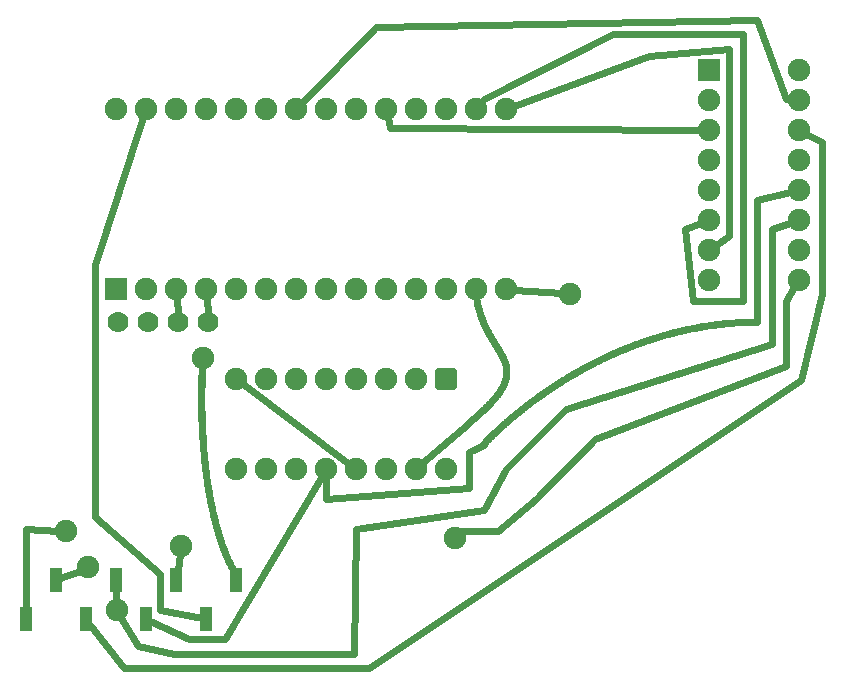
<source format=gtl>
G04 MADE WITH FRITZING*
G04 WWW.FRITZING.ORG*
G04 DOUBLE SIDED*
G04 HOLES PLATED*
G04 CONTOUR ON CENTER OF CONTOUR VECTOR*
%ASAXBY*%
%FSLAX23Y23*%
%MOIN*%
%OFA0B0*%
%SFA1.0B1.0*%
%ADD10C,0.075000*%
%ADD11C,0.070000*%
%ADD12C,0.075433*%
%ADD13R,0.039370X0.078740*%
%ADD14R,0.075000X0.075000*%
%ADD15C,0.024000*%
%ADD16C,0.020000*%
%ADD17R,0.001000X0.001000*%
%LNCOPPER1*%
G90*
G70*
G54D10*
X634Y1328D03*
X634Y1928D03*
X734Y1328D03*
X734Y1928D03*
X834Y1328D03*
X834Y1928D03*
X934Y1328D03*
X934Y1928D03*
X1034Y1328D03*
X1034Y1928D03*
X1134Y1328D03*
X1134Y1928D03*
X1234Y1328D03*
X1234Y1928D03*
X1334Y1328D03*
X1334Y1928D03*
X1434Y1328D03*
X1434Y1928D03*
X1534Y1328D03*
X1534Y1928D03*
X1634Y1328D03*
X1634Y1928D03*
X1734Y1328D03*
X1734Y1928D03*
X1834Y1328D03*
X1834Y1928D03*
X1934Y1328D03*
X1934Y1928D03*
X1734Y1028D03*
X1734Y728D03*
X1634Y1028D03*
X1634Y728D03*
X1534Y1028D03*
X1534Y728D03*
X1434Y1028D03*
X1434Y728D03*
X1334Y1028D03*
X1334Y728D03*
X1234Y1028D03*
X1234Y728D03*
X1134Y1028D03*
X1134Y728D03*
X1034Y1028D03*
X1034Y728D03*
X2610Y2057D03*
X2910Y2057D03*
X2610Y1957D03*
X2910Y1957D03*
X2610Y1857D03*
X2910Y1857D03*
X2610Y1757D03*
X2910Y1757D03*
X2610Y1657D03*
X2910Y1657D03*
X2610Y1557D03*
X2910Y1557D03*
X2610Y1457D03*
X2910Y1457D03*
X2610Y1357D03*
X2910Y1357D03*
G54D11*
X742Y1217D03*
X642Y1217D03*
X942Y1217D03*
X842Y1217D03*
G54D12*
X1764Y496D03*
X924Y1096D03*
X852Y472D03*
X468Y520D03*
X2148Y1312D03*
X540Y400D03*
X636Y256D03*
G54D13*
X934Y228D03*
X734Y228D03*
X534Y228D03*
X334Y228D03*
X1034Y357D03*
X834Y357D03*
X634Y357D03*
X434Y357D03*
G54D14*
X634Y1328D03*
X2610Y2057D03*
G54D15*
X940Y1243D02*
X936Y1299D01*
D02*
X840Y1243D02*
X836Y1299D01*
D02*
X2581Y1857D02*
X1548Y1864D01*
X1548Y1864D02*
X1540Y1900D01*
D02*
X1812Y880D02*
X1655Y746D01*
D02*
X1960Y1937D02*
X2412Y2104D01*
X2412Y2104D02*
X2676Y2128D01*
X2676Y2128D02*
X2676Y1504D01*
X2676Y1504D02*
X2633Y1474D01*
D02*
X1852Y1950D02*
X1860Y1960D01*
X1860Y1960D02*
X2292Y2176D01*
X2292Y2176D02*
X2724Y2176D01*
X2724Y2176D02*
X2724Y1288D01*
X2724Y1288D02*
X2556Y1288D01*
X2556Y1288D02*
X2532Y1528D01*
X2532Y1528D02*
X2583Y1547D01*
D02*
X919Y230D02*
X780Y256D01*
X780Y256D02*
X780Y376D01*
X780Y376D02*
X564Y568D01*
X564Y568D02*
X564Y1408D01*
X564Y1408D02*
X725Y1900D01*
D02*
X1020Y400D02*
X1023Y391D01*
D02*
X839Y391D02*
X847Y443D01*
D02*
X748Y221D02*
X876Y160D01*
X876Y160D02*
X996Y160D01*
X996Y160D02*
X1319Y703D01*
D02*
X2882Y1650D02*
X2772Y1624D01*
X2772Y1624D02*
X2772Y1216D01*
D02*
X1860Y808D02*
X1812Y784D01*
X1812Y784D02*
X1812Y664D01*
X1812Y664D02*
X1334Y628D01*
D02*
X1334Y628D02*
X1334Y699D01*
D02*
X448Y363D02*
X513Y389D01*
D02*
X635Y285D02*
X634Y324D01*
D02*
X2882Y1548D02*
X2820Y1528D01*
X2820Y1528D02*
X2820Y1144D01*
X2820Y1144D02*
X2135Y929D01*
D02*
X2135Y929D02*
X1934Y729D01*
D02*
X1934Y729D02*
X1860Y592D01*
X1860Y592D02*
X1434Y528D01*
D02*
X1434Y528D02*
X1428Y112D01*
X1428Y112D02*
X828Y112D01*
X828Y112D02*
X708Y136D01*
X708Y136D02*
X651Y231D01*
D02*
X1254Y1948D02*
X1500Y2200D01*
X1500Y2200D02*
X2772Y2224D01*
X2772Y2224D02*
X2868Y1960D01*
X2868Y1960D02*
X2881Y1959D01*
D02*
X2895Y1333D02*
X2868Y1288D01*
X2868Y1288D02*
X2868Y1072D01*
X2868Y1072D02*
X2232Y829D01*
D02*
X2232Y829D02*
X2035Y628D01*
D02*
X2035Y628D02*
X1908Y520D01*
X1908Y520D02*
X1764Y520D01*
X1764Y520D02*
X1764Y525D01*
D02*
X1411Y745D02*
X1056Y1010D01*
D02*
X1962Y1325D02*
X2119Y1314D01*
D02*
X334Y261D02*
X335Y528D01*
D02*
X335Y528D02*
X439Y522D01*
D02*
X2935Y1844D02*
X2988Y1816D01*
X2988Y1816D02*
X2988Y1312D01*
X2988Y1312D02*
X2916Y1024D01*
X2916Y1024D02*
X1476Y64D01*
X1476Y64D02*
X660Y64D01*
X660Y64D02*
X548Y209D01*
G54D16*
X1761Y1000D02*
X1706Y1000D01*
X1706Y1055D01*
X1761Y1055D01*
X1761Y1000D01*
D02*
G54D17*
X1830Y1340D02*
X1836Y1340D01*
X1828Y1339D02*
X1838Y1339D01*
X1826Y1338D02*
X1840Y1338D01*
X1825Y1337D02*
X1841Y1337D01*
X1824Y1336D02*
X1842Y1336D01*
X1823Y1335D02*
X1842Y1335D01*
X1823Y1334D02*
X1843Y1334D01*
X1822Y1333D02*
X1843Y1333D01*
X1822Y1332D02*
X1844Y1332D01*
X1822Y1331D02*
X1844Y1331D01*
X1821Y1330D02*
X1844Y1330D01*
X1821Y1329D02*
X1844Y1329D01*
X1821Y1328D02*
X1844Y1328D01*
X1821Y1327D02*
X1844Y1327D01*
X1822Y1326D02*
X1845Y1326D01*
X1822Y1325D02*
X1845Y1325D01*
X1822Y1324D02*
X1845Y1324D01*
X1822Y1323D02*
X1845Y1323D01*
X1822Y1322D02*
X1845Y1322D01*
X1822Y1321D02*
X1845Y1321D01*
X1822Y1320D02*
X1845Y1320D01*
X1822Y1319D02*
X1845Y1319D01*
X1822Y1318D02*
X1845Y1318D01*
X1822Y1317D02*
X1845Y1317D01*
X1822Y1316D02*
X1845Y1316D01*
X1822Y1315D02*
X1845Y1315D01*
X1822Y1314D02*
X1846Y1314D01*
X1822Y1313D02*
X1846Y1313D01*
X1823Y1312D02*
X1846Y1312D01*
X1823Y1311D02*
X1846Y1311D01*
X1823Y1310D02*
X1846Y1310D01*
X1823Y1309D02*
X1846Y1309D01*
X1823Y1308D02*
X1846Y1308D01*
X1823Y1307D02*
X1846Y1307D01*
X1823Y1306D02*
X1846Y1306D01*
X1823Y1305D02*
X1846Y1305D01*
X1823Y1304D02*
X1847Y1304D01*
X1824Y1303D02*
X1847Y1303D01*
X1824Y1302D02*
X1847Y1302D01*
X1824Y1301D02*
X1847Y1301D01*
X1824Y1300D02*
X1847Y1300D01*
X1824Y1299D02*
X1847Y1299D01*
X1824Y1298D02*
X1847Y1298D01*
X1824Y1297D02*
X1848Y1297D01*
X1824Y1296D02*
X1848Y1296D01*
X1825Y1295D02*
X1848Y1295D01*
X1825Y1294D02*
X1848Y1294D01*
X1825Y1293D02*
X1848Y1293D01*
X1825Y1292D02*
X1848Y1292D01*
X1825Y1291D02*
X1848Y1291D01*
X1825Y1290D02*
X1849Y1290D01*
X1826Y1289D02*
X1849Y1289D01*
X1826Y1288D02*
X1849Y1288D01*
X1826Y1287D02*
X1849Y1287D01*
X1826Y1286D02*
X1849Y1286D01*
X1826Y1285D02*
X1850Y1285D01*
X1826Y1284D02*
X1850Y1284D01*
X1827Y1283D02*
X1850Y1283D01*
X1827Y1282D02*
X1850Y1282D01*
X1827Y1281D02*
X1850Y1281D01*
X1827Y1280D02*
X1851Y1280D01*
X1827Y1279D02*
X1851Y1279D01*
X1828Y1278D02*
X1851Y1278D01*
X1828Y1277D02*
X1851Y1277D01*
X1828Y1276D02*
X1851Y1276D01*
X1828Y1275D02*
X1852Y1275D01*
X1828Y1274D02*
X1852Y1274D01*
X1829Y1273D02*
X1852Y1273D01*
X1829Y1272D02*
X1852Y1272D01*
X1829Y1271D02*
X1852Y1271D01*
X1829Y1270D02*
X1853Y1270D01*
X1829Y1269D02*
X1853Y1269D01*
X1830Y1268D02*
X1853Y1268D01*
X1830Y1267D02*
X1853Y1267D01*
X1830Y1266D02*
X1854Y1266D01*
X1830Y1265D02*
X1854Y1265D01*
X1831Y1264D02*
X1854Y1264D01*
X1831Y1263D02*
X1855Y1263D01*
X1831Y1262D02*
X1855Y1262D01*
X1831Y1261D02*
X1855Y1261D01*
X1832Y1260D02*
X1855Y1260D01*
X1832Y1259D02*
X1856Y1259D01*
X1832Y1258D02*
X1856Y1258D01*
X1832Y1257D02*
X1856Y1257D01*
X1833Y1256D02*
X1856Y1256D01*
X1833Y1255D02*
X1857Y1255D01*
X1833Y1254D02*
X1857Y1254D01*
X1833Y1253D02*
X1857Y1253D01*
X1834Y1252D02*
X1858Y1252D01*
X1834Y1251D02*
X1858Y1251D01*
X1834Y1250D02*
X1858Y1250D01*
X1835Y1249D02*
X1859Y1249D01*
X1835Y1248D02*
X1859Y1248D01*
X1835Y1247D02*
X1859Y1247D01*
X1836Y1246D02*
X1860Y1246D01*
X1836Y1245D02*
X1860Y1245D01*
X1836Y1244D02*
X1860Y1244D01*
X1836Y1243D02*
X1861Y1243D01*
X1837Y1242D02*
X1861Y1242D01*
X1837Y1241D02*
X1861Y1241D01*
X1837Y1240D02*
X1862Y1240D01*
X1838Y1239D02*
X1862Y1239D01*
X1838Y1238D02*
X1862Y1238D01*
X1838Y1237D02*
X1863Y1237D01*
X1839Y1236D02*
X1863Y1236D01*
X1839Y1235D02*
X1863Y1235D01*
X1839Y1234D02*
X1864Y1234D01*
X1840Y1233D02*
X1864Y1233D01*
X1840Y1232D02*
X1865Y1232D01*
X1840Y1231D02*
X1865Y1231D01*
X1841Y1230D02*
X1865Y1230D01*
X1841Y1229D02*
X1866Y1229D01*
X1842Y1228D02*
X1866Y1228D01*
X2733Y1228D02*
X2775Y1228D01*
X1842Y1227D02*
X1867Y1227D01*
X2713Y1227D02*
X2777Y1227D01*
X1842Y1226D02*
X1867Y1226D01*
X2696Y1226D02*
X2779Y1226D01*
X1843Y1225D02*
X1867Y1225D01*
X2684Y1225D02*
X2780Y1225D01*
X1843Y1224D02*
X1868Y1224D01*
X2672Y1224D02*
X2780Y1224D01*
X1843Y1223D02*
X1868Y1223D01*
X2662Y1223D02*
X2781Y1223D01*
X1844Y1222D02*
X1869Y1222D01*
X2653Y1222D02*
X2782Y1222D01*
X1844Y1221D02*
X1869Y1221D01*
X2644Y1221D02*
X2782Y1221D01*
X1845Y1220D02*
X1869Y1220D01*
X2636Y1220D02*
X2782Y1220D01*
X1845Y1219D02*
X1870Y1219D01*
X2628Y1219D02*
X2783Y1219D01*
X1845Y1218D02*
X1870Y1218D01*
X2620Y1218D02*
X2783Y1218D01*
X1846Y1217D02*
X1871Y1217D01*
X2614Y1217D02*
X2783Y1217D01*
X1846Y1216D02*
X1871Y1216D01*
X2607Y1216D02*
X2783Y1216D01*
X1847Y1215D02*
X1872Y1215D01*
X2600Y1215D02*
X2783Y1215D01*
X1847Y1214D02*
X1872Y1214D01*
X2594Y1214D02*
X2782Y1214D01*
X1847Y1213D02*
X1873Y1213D01*
X2588Y1213D02*
X2782Y1213D01*
X1848Y1212D02*
X1873Y1212D01*
X2582Y1212D02*
X2782Y1212D01*
X1848Y1211D02*
X1874Y1211D01*
X2577Y1211D02*
X2781Y1211D01*
X1849Y1210D02*
X1874Y1210D01*
X2571Y1210D02*
X2781Y1210D01*
X1849Y1209D02*
X1874Y1209D01*
X2566Y1209D02*
X2780Y1209D01*
X1850Y1208D02*
X1875Y1208D01*
X2561Y1208D02*
X2779Y1208D01*
X1850Y1207D02*
X1875Y1207D01*
X2555Y1207D02*
X2777Y1207D01*
X1851Y1206D02*
X1876Y1206D01*
X2550Y1206D02*
X2776Y1206D01*
X1851Y1205D02*
X1876Y1205D01*
X2545Y1205D02*
X2771Y1205D01*
X1851Y1204D02*
X1877Y1204D01*
X2541Y1204D02*
X2732Y1204D01*
X1852Y1203D02*
X1877Y1203D01*
X2536Y1203D02*
X2712Y1203D01*
X1852Y1202D02*
X1878Y1202D01*
X2531Y1202D02*
X2696Y1202D01*
X1853Y1201D02*
X1878Y1201D01*
X2527Y1201D02*
X2684Y1201D01*
X1853Y1200D02*
X1879Y1200D01*
X2522Y1200D02*
X2672Y1200D01*
X1854Y1199D02*
X1879Y1199D01*
X2518Y1199D02*
X2662Y1199D01*
X1854Y1198D02*
X1880Y1198D01*
X2514Y1198D02*
X2653Y1198D01*
X1855Y1197D02*
X1880Y1197D01*
X2510Y1197D02*
X2644Y1197D01*
X1855Y1196D02*
X1881Y1196D01*
X2505Y1196D02*
X2636Y1196D01*
X1856Y1195D02*
X1881Y1195D01*
X2501Y1195D02*
X2628Y1195D01*
X1856Y1194D02*
X1882Y1194D01*
X2497Y1194D02*
X2621Y1194D01*
X1857Y1193D02*
X1882Y1193D01*
X2493Y1193D02*
X2614Y1193D01*
X1857Y1192D02*
X1883Y1192D01*
X2489Y1192D02*
X2607Y1192D01*
X1858Y1191D02*
X1884Y1191D01*
X2485Y1191D02*
X2601Y1191D01*
X1858Y1190D02*
X1884Y1190D01*
X2481Y1190D02*
X2594Y1190D01*
X1859Y1189D02*
X1885Y1189D01*
X2478Y1189D02*
X2589Y1189D01*
X1859Y1188D02*
X1885Y1188D01*
X2474Y1188D02*
X2583Y1188D01*
X1860Y1187D02*
X1886Y1187D01*
X2470Y1187D02*
X2577Y1187D01*
X1860Y1186D02*
X1886Y1186D01*
X2467Y1186D02*
X2572Y1186D01*
X1861Y1185D02*
X1887Y1185D01*
X2463Y1185D02*
X2566Y1185D01*
X1861Y1184D02*
X1887Y1184D01*
X2460Y1184D02*
X2561Y1184D01*
X1862Y1183D02*
X1888Y1183D01*
X2456Y1183D02*
X2556Y1183D01*
X1862Y1182D02*
X1888Y1182D01*
X2453Y1182D02*
X2551Y1182D01*
X1863Y1181D02*
X1889Y1181D01*
X2449Y1181D02*
X2546Y1181D01*
X1863Y1180D02*
X1890Y1180D01*
X2446Y1180D02*
X2541Y1180D01*
X1864Y1179D02*
X1890Y1179D01*
X2443Y1179D02*
X2537Y1179D01*
X1864Y1178D02*
X1891Y1178D01*
X2439Y1178D02*
X2532Y1178D01*
X1865Y1177D02*
X1891Y1177D01*
X2436Y1177D02*
X2528Y1177D01*
X1865Y1176D02*
X1892Y1176D01*
X2433Y1176D02*
X2523Y1176D01*
X1866Y1175D02*
X1892Y1175D01*
X2429Y1175D02*
X2519Y1175D01*
X1866Y1174D02*
X1893Y1174D01*
X2426Y1174D02*
X2515Y1174D01*
X1867Y1173D02*
X1894Y1173D01*
X2423Y1173D02*
X2511Y1173D01*
X1868Y1172D02*
X1894Y1172D01*
X2420Y1172D02*
X2506Y1172D01*
X1868Y1171D02*
X1895Y1171D01*
X2417Y1171D02*
X2502Y1171D01*
X1869Y1170D02*
X1895Y1170D01*
X2414Y1170D02*
X2498Y1170D01*
X1869Y1169D02*
X1896Y1169D01*
X2411Y1169D02*
X2495Y1169D01*
X1870Y1168D02*
X1897Y1168D01*
X2408Y1168D02*
X2491Y1168D01*
X1870Y1167D02*
X1897Y1167D01*
X2405Y1167D02*
X2487Y1167D01*
X1871Y1166D02*
X1898Y1166D01*
X2402Y1166D02*
X2483Y1166D01*
X1872Y1165D02*
X1898Y1165D01*
X2399Y1165D02*
X2479Y1165D01*
X1872Y1164D02*
X1899Y1164D01*
X2396Y1164D02*
X2476Y1164D01*
X1873Y1163D02*
X1900Y1163D01*
X2393Y1163D02*
X2472Y1163D01*
X1873Y1162D02*
X1900Y1162D01*
X2390Y1162D02*
X2468Y1162D01*
X1874Y1161D02*
X1901Y1161D01*
X2387Y1161D02*
X2465Y1161D01*
X1874Y1160D02*
X1901Y1160D01*
X2384Y1160D02*
X2461Y1160D01*
X1875Y1159D02*
X1902Y1159D01*
X2381Y1159D02*
X2458Y1159D01*
X1876Y1158D02*
X1903Y1158D01*
X2379Y1158D02*
X2454Y1158D01*
X1876Y1157D02*
X1903Y1157D01*
X2376Y1157D02*
X2451Y1157D01*
X1877Y1156D02*
X1904Y1156D01*
X2373Y1156D02*
X2448Y1156D01*
X1877Y1155D02*
X1905Y1155D01*
X2370Y1155D02*
X2444Y1155D01*
X1878Y1154D02*
X1905Y1154D01*
X2368Y1154D02*
X2441Y1154D01*
X1879Y1153D02*
X1906Y1153D01*
X2365Y1153D02*
X2438Y1153D01*
X1879Y1152D02*
X1906Y1152D01*
X2362Y1152D02*
X2435Y1152D01*
X1880Y1151D02*
X1907Y1151D01*
X2360Y1151D02*
X2431Y1151D01*
X1880Y1150D02*
X1908Y1150D01*
X2357Y1150D02*
X2428Y1150D01*
X1881Y1149D02*
X1908Y1149D01*
X2354Y1149D02*
X2425Y1149D01*
X1882Y1148D02*
X1909Y1148D01*
X2352Y1148D02*
X2422Y1148D01*
X1882Y1147D02*
X1909Y1147D01*
X2349Y1147D02*
X2419Y1147D01*
X1883Y1146D02*
X1910Y1146D01*
X2347Y1146D02*
X2416Y1146D01*
X1883Y1145D02*
X1911Y1145D01*
X2344Y1145D02*
X2413Y1145D01*
X1884Y1144D02*
X1911Y1144D01*
X2341Y1144D02*
X2410Y1144D01*
X1885Y1143D02*
X1912Y1143D01*
X2339Y1143D02*
X2407Y1143D01*
X1885Y1142D02*
X1912Y1142D01*
X2336Y1142D02*
X2404Y1142D01*
X1886Y1141D02*
X1913Y1141D01*
X2334Y1141D02*
X2401Y1141D01*
X1887Y1140D02*
X1914Y1140D01*
X2331Y1140D02*
X2398Y1140D01*
X1887Y1139D02*
X1914Y1139D01*
X2329Y1139D02*
X2395Y1139D01*
X1888Y1138D02*
X1915Y1138D01*
X2326Y1138D02*
X2392Y1138D01*
X1888Y1137D02*
X1915Y1137D01*
X2324Y1137D02*
X2390Y1137D01*
X1889Y1136D02*
X1916Y1136D01*
X2322Y1136D02*
X2387Y1136D01*
X1890Y1135D02*
X1917Y1135D01*
X2319Y1135D02*
X2384Y1135D01*
X1890Y1134D02*
X1917Y1134D01*
X2317Y1134D02*
X2381Y1134D01*
X1891Y1133D02*
X1918Y1133D01*
X2314Y1133D02*
X2378Y1133D01*
X1891Y1132D02*
X1919Y1132D01*
X2312Y1132D02*
X2376Y1132D01*
X1892Y1131D02*
X1919Y1131D01*
X2310Y1131D02*
X2373Y1131D01*
X1893Y1130D02*
X1920Y1130D01*
X2307Y1130D02*
X2370Y1130D01*
X1893Y1129D02*
X1920Y1129D01*
X2305Y1129D02*
X2368Y1129D01*
X1894Y1128D02*
X1921Y1128D01*
X2303Y1128D02*
X2365Y1128D01*
X1894Y1127D02*
X1922Y1127D01*
X2300Y1127D02*
X2362Y1127D01*
X1895Y1126D02*
X1922Y1126D01*
X2298Y1126D02*
X2360Y1126D01*
X1896Y1125D02*
X1923Y1125D01*
X2296Y1125D02*
X2357Y1125D01*
X1896Y1124D02*
X1923Y1124D01*
X2293Y1124D02*
X2355Y1124D01*
X1897Y1123D02*
X1924Y1123D01*
X2291Y1123D02*
X2352Y1123D01*
X1897Y1122D02*
X1924Y1122D01*
X2289Y1122D02*
X2350Y1122D01*
X1898Y1121D02*
X1925Y1121D01*
X2287Y1121D02*
X2347Y1121D01*
X1899Y1120D02*
X1926Y1120D01*
X2284Y1120D02*
X2344Y1120D01*
X1899Y1119D02*
X1926Y1119D01*
X2282Y1119D02*
X2342Y1119D01*
X1900Y1118D02*
X1927Y1118D01*
X2280Y1118D02*
X2339Y1118D01*
X1900Y1117D02*
X1927Y1117D01*
X2278Y1117D02*
X2337Y1117D01*
X1901Y1116D02*
X1928Y1116D01*
X2275Y1116D02*
X2335Y1116D01*
X1902Y1115D02*
X1928Y1115D01*
X2273Y1115D02*
X2332Y1115D01*
X1902Y1114D02*
X1929Y1114D01*
X2271Y1114D02*
X2330Y1114D01*
X1903Y1113D02*
X1929Y1113D01*
X2269Y1113D02*
X2327Y1113D01*
X1904Y1112D02*
X1930Y1112D01*
X2267Y1112D02*
X2325Y1112D01*
X1904Y1111D02*
X1931Y1111D01*
X2265Y1111D02*
X2322Y1111D01*
X1905Y1110D02*
X1931Y1110D01*
X2263Y1110D02*
X2320Y1110D01*
X1905Y1109D02*
X1932Y1109D01*
X2260Y1109D02*
X2318Y1109D01*
X919Y1108D02*
X928Y1108D01*
X1906Y1108D02*
X1932Y1108D01*
X2258Y1108D02*
X2315Y1108D01*
X917Y1107D02*
X929Y1107D01*
X1906Y1107D02*
X1933Y1107D01*
X2256Y1107D02*
X2313Y1107D01*
X916Y1106D02*
X931Y1106D01*
X1907Y1106D02*
X1933Y1106D01*
X2254Y1106D02*
X2311Y1106D01*
X915Y1105D02*
X932Y1105D01*
X1907Y1105D02*
X1933Y1105D01*
X2252Y1105D02*
X2308Y1105D01*
X914Y1104D02*
X933Y1104D01*
X1908Y1104D02*
X1934Y1104D01*
X2250Y1104D02*
X2306Y1104D01*
X914Y1103D02*
X933Y1103D01*
X1909Y1103D02*
X1934Y1103D01*
X2248Y1103D02*
X2304Y1103D01*
X913Y1102D02*
X934Y1102D01*
X1909Y1102D02*
X1935Y1102D01*
X2246Y1102D02*
X2302Y1102D01*
X913Y1101D02*
X934Y1101D01*
X1910Y1101D02*
X1935Y1101D01*
X2244Y1101D02*
X2299Y1101D01*
X912Y1100D02*
X934Y1100D01*
X1910Y1100D02*
X1936Y1100D01*
X2242Y1100D02*
X2297Y1100D01*
X912Y1099D02*
X935Y1099D01*
X1911Y1099D02*
X1936Y1099D01*
X2240Y1099D02*
X2295Y1099D01*
X912Y1098D02*
X935Y1098D01*
X1911Y1098D02*
X1937Y1098D01*
X2238Y1098D02*
X2293Y1098D01*
X912Y1097D02*
X935Y1097D01*
X1912Y1097D02*
X1937Y1097D01*
X2236Y1097D02*
X2290Y1097D01*
X912Y1096D02*
X935Y1096D01*
X1912Y1096D02*
X1938Y1096D01*
X2234Y1096D02*
X2288Y1096D01*
X912Y1095D02*
X935Y1095D01*
X1913Y1095D02*
X1938Y1095D01*
X2232Y1095D02*
X2286Y1095D01*
X912Y1094D02*
X935Y1094D01*
X1913Y1094D02*
X1938Y1094D01*
X2230Y1094D02*
X2284Y1094D01*
X912Y1093D02*
X935Y1093D01*
X1914Y1093D02*
X1939Y1093D01*
X2228Y1093D02*
X2282Y1093D01*
X912Y1092D02*
X935Y1092D01*
X1914Y1092D02*
X1939Y1092D01*
X2226Y1092D02*
X2279Y1092D01*
X912Y1091D02*
X935Y1091D01*
X1915Y1091D02*
X1940Y1091D01*
X2224Y1091D02*
X2277Y1091D01*
X912Y1090D02*
X935Y1090D01*
X1915Y1090D02*
X1940Y1090D01*
X2222Y1090D02*
X2275Y1090D01*
X912Y1089D02*
X935Y1089D01*
X1915Y1089D02*
X1940Y1089D01*
X2220Y1089D02*
X2273Y1089D01*
X911Y1088D02*
X935Y1088D01*
X1916Y1088D02*
X1941Y1088D01*
X2218Y1088D02*
X2271Y1088D01*
X911Y1087D02*
X934Y1087D01*
X1916Y1087D02*
X1941Y1087D01*
X2216Y1087D02*
X2269Y1087D01*
X911Y1086D02*
X934Y1086D01*
X1917Y1086D02*
X1942Y1086D01*
X2214Y1086D02*
X2267Y1086D01*
X911Y1085D02*
X934Y1085D01*
X1917Y1085D02*
X1942Y1085D01*
X2212Y1085D02*
X2264Y1085D01*
X911Y1084D02*
X934Y1084D01*
X1918Y1084D02*
X1942Y1084D01*
X2210Y1084D02*
X2262Y1084D01*
X911Y1083D02*
X934Y1083D01*
X1918Y1083D02*
X1943Y1083D01*
X2208Y1083D02*
X2260Y1083D01*
X911Y1082D02*
X934Y1082D01*
X1918Y1082D02*
X1943Y1082D01*
X2206Y1082D02*
X2258Y1082D01*
X911Y1081D02*
X934Y1081D01*
X1919Y1081D02*
X1943Y1081D01*
X2204Y1081D02*
X2256Y1081D01*
X911Y1080D02*
X934Y1080D01*
X1919Y1080D02*
X1943Y1080D01*
X2203Y1080D02*
X2254Y1080D01*
X911Y1079D02*
X934Y1079D01*
X1920Y1079D02*
X1944Y1079D01*
X2201Y1079D02*
X2252Y1079D01*
X911Y1078D02*
X934Y1078D01*
X1920Y1078D02*
X1944Y1078D01*
X2199Y1078D02*
X2250Y1078D01*
X911Y1077D02*
X934Y1077D01*
X1920Y1077D02*
X1944Y1077D01*
X2197Y1077D02*
X2248Y1077D01*
X911Y1076D02*
X934Y1076D01*
X1921Y1076D02*
X1945Y1076D01*
X2195Y1076D02*
X2246Y1076D01*
X911Y1075D02*
X934Y1075D01*
X1921Y1075D02*
X1945Y1075D01*
X2193Y1075D02*
X2244Y1075D01*
X911Y1074D02*
X934Y1074D01*
X1921Y1074D02*
X1945Y1074D01*
X2191Y1074D02*
X2242Y1074D01*
X911Y1073D02*
X934Y1073D01*
X1922Y1073D02*
X1945Y1073D01*
X2189Y1073D02*
X2240Y1073D01*
X911Y1072D02*
X934Y1072D01*
X1922Y1072D02*
X1946Y1072D01*
X2188Y1072D02*
X2238Y1072D01*
X911Y1071D02*
X934Y1071D01*
X1922Y1071D02*
X1946Y1071D01*
X2186Y1071D02*
X2236Y1071D01*
X911Y1070D02*
X934Y1070D01*
X1922Y1070D02*
X1946Y1070D01*
X2184Y1070D02*
X2234Y1070D01*
X911Y1069D02*
X934Y1069D01*
X1923Y1069D02*
X1946Y1069D01*
X2182Y1069D02*
X2232Y1069D01*
X911Y1068D02*
X934Y1068D01*
X1923Y1068D02*
X1946Y1068D01*
X2180Y1068D02*
X2230Y1068D01*
X911Y1067D02*
X934Y1067D01*
X1923Y1067D02*
X1947Y1067D01*
X2179Y1067D02*
X2228Y1067D01*
X910Y1066D02*
X934Y1066D01*
X1923Y1066D02*
X1947Y1066D01*
X2177Y1066D02*
X2226Y1066D01*
X910Y1065D02*
X933Y1065D01*
X1924Y1065D02*
X1947Y1065D01*
X2175Y1065D02*
X2224Y1065D01*
X910Y1064D02*
X933Y1064D01*
X1924Y1064D02*
X1947Y1064D01*
X2173Y1064D02*
X2223Y1064D01*
X910Y1063D02*
X933Y1063D01*
X1924Y1063D02*
X1947Y1063D01*
X2171Y1063D02*
X2221Y1063D01*
X910Y1062D02*
X933Y1062D01*
X1924Y1062D02*
X1947Y1062D01*
X2170Y1062D02*
X2219Y1062D01*
X910Y1061D02*
X933Y1061D01*
X1924Y1061D02*
X1947Y1061D01*
X2168Y1061D02*
X2217Y1061D01*
X910Y1060D02*
X933Y1060D01*
X1924Y1060D02*
X1948Y1060D01*
X2166Y1060D02*
X2215Y1060D01*
X910Y1059D02*
X933Y1059D01*
X1925Y1059D02*
X1948Y1059D01*
X2164Y1059D02*
X2213Y1059D01*
X910Y1058D02*
X933Y1058D01*
X1925Y1058D02*
X1948Y1058D01*
X2163Y1058D02*
X2211Y1058D01*
X910Y1057D02*
X933Y1057D01*
X1925Y1057D02*
X1948Y1057D01*
X2161Y1057D02*
X2209Y1057D01*
X910Y1056D02*
X933Y1056D01*
X1925Y1056D02*
X1948Y1056D01*
X2159Y1056D02*
X2207Y1056D01*
X910Y1055D02*
X933Y1055D01*
X1925Y1055D02*
X1948Y1055D01*
X2158Y1055D02*
X2206Y1055D01*
X910Y1054D02*
X933Y1054D01*
X1925Y1054D02*
X1948Y1054D01*
X2156Y1054D02*
X2204Y1054D01*
X910Y1053D02*
X933Y1053D01*
X1925Y1053D02*
X1948Y1053D01*
X2154Y1053D02*
X2202Y1053D01*
X910Y1052D02*
X933Y1052D01*
X1925Y1052D02*
X1948Y1052D01*
X2152Y1052D02*
X2200Y1052D01*
X910Y1051D02*
X933Y1051D01*
X1925Y1051D02*
X1948Y1051D01*
X2151Y1051D02*
X2198Y1051D01*
X910Y1050D02*
X933Y1050D01*
X1925Y1050D02*
X1948Y1050D01*
X2149Y1050D02*
X2196Y1050D01*
X910Y1049D02*
X933Y1049D01*
X1925Y1049D02*
X1948Y1049D01*
X2147Y1049D02*
X2194Y1049D01*
X910Y1048D02*
X933Y1048D01*
X1925Y1048D02*
X1948Y1048D01*
X2146Y1048D02*
X2193Y1048D01*
X910Y1047D02*
X933Y1047D01*
X1925Y1047D02*
X1948Y1047D01*
X2144Y1047D02*
X2191Y1047D01*
X910Y1046D02*
X933Y1046D01*
X1925Y1046D02*
X1948Y1046D01*
X2142Y1046D02*
X2189Y1046D01*
X910Y1045D02*
X933Y1045D01*
X1925Y1045D02*
X1948Y1045D01*
X2140Y1045D02*
X2187Y1045D01*
X910Y1044D02*
X933Y1044D01*
X1925Y1044D02*
X1948Y1044D01*
X2139Y1044D02*
X2186Y1044D01*
X910Y1043D02*
X933Y1043D01*
X1925Y1043D02*
X1948Y1043D01*
X2137Y1043D02*
X2184Y1043D01*
X910Y1042D02*
X933Y1042D01*
X1925Y1042D02*
X1948Y1042D01*
X2135Y1042D02*
X2182Y1042D01*
X910Y1041D02*
X933Y1041D01*
X1925Y1041D02*
X1948Y1041D01*
X2134Y1041D02*
X2180Y1041D01*
X910Y1040D02*
X933Y1040D01*
X1925Y1040D02*
X1948Y1040D01*
X2132Y1040D02*
X2178Y1040D01*
X909Y1039D02*
X932Y1039D01*
X1924Y1039D02*
X1947Y1039D01*
X2130Y1039D02*
X2177Y1039D01*
X909Y1038D02*
X932Y1038D01*
X1924Y1038D02*
X1947Y1038D01*
X2129Y1038D02*
X2175Y1038D01*
X909Y1037D02*
X932Y1037D01*
X1924Y1037D02*
X1947Y1037D01*
X2127Y1037D02*
X2173Y1037D01*
X909Y1036D02*
X932Y1036D01*
X1924Y1036D02*
X1947Y1036D01*
X2126Y1036D02*
X2172Y1036D01*
X909Y1035D02*
X932Y1035D01*
X1924Y1035D02*
X1947Y1035D01*
X2124Y1035D02*
X2170Y1035D01*
X909Y1034D02*
X932Y1034D01*
X1924Y1034D02*
X1947Y1034D01*
X2122Y1034D02*
X2168Y1034D01*
X909Y1033D02*
X932Y1033D01*
X1923Y1033D02*
X1947Y1033D01*
X2121Y1033D02*
X2166Y1033D01*
X909Y1032D02*
X932Y1032D01*
X1923Y1032D02*
X1946Y1032D01*
X2119Y1032D02*
X2165Y1032D01*
X909Y1031D02*
X932Y1031D01*
X1923Y1031D02*
X1946Y1031D01*
X2118Y1031D02*
X2163Y1031D01*
X909Y1030D02*
X932Y1030D01*
X1923Y1030D02*
X1946Y1030D01*
X2116Y1030D02*
X2161Y1030D01*
X909Y1029D02*
X932Y1029D01*
X1922Y1029D02*
X1946Y1029D01*
X2114Y1029D02*
X2160Y1029D01*
X909Y1028D02*
X932Y1028D01*
X1922Y1028D02*
X1946Y1028D01*
X2113Y1028D02*
X2158Y1028D01*
X909Y1027D02*
X932Y1027D01*
X1922Y1027D02*
X1945Y1027D01*
X2111Y1027D02*
X2156Y1027D01*
X909Y1026D02*
X932Y1026D01*
X1921Y1026D02*
X1945Y1026D01*
X2109Y1026D02*
X2154Y1026D01*
X909Y1025D02*
X932Y1025D01*
X1921Y1025D02*
X1945Y1025D01*
X2108Y1025D02*
X2153Y1025D01*
X909Y1024D02*
X932Y1024D01*
X1921Y1024D02*
X1945Y1024D01*
X2106Y1024D02*
X2151Y1024D01*
X909Y1023D02*
X932Y1023D01*
X1920Y1023D02*
X1944Y1023D01*
X2105Y1023D02*
X2149Y1023D01*
X909Y1022D02*
X932Y1022D01*
X1920Y1022D02*
X1944Y1022D01*
X2103Y1022D02*
X2148Y1022D01*
X909Y1021D02*
X932Y1021D01*
X1920Y1021D02*
X1944Y1021D01*
X2101Y1021D02*
X2146Y1021D01*
X909Y1020D02*
X932Y1020D01*
X1919Y1020D02*
X1944Y1020D01*
X2100Y1020D02*
X2144Y1020D01*
X909Y1019D02*
X932Y1019D01*
X1919Y1019D02*
X1943Y1019D01*
X2098Y1019D02*
X2143Y1019D01*
X909Y1018D02*
X932Y1018D01*
X1919Y1018D02*
X1943Y1018D01*
X2097Y1018D02*
X2141Y1018D01*
X909Y1017D02*
X932Y1017D01*
X1918Y1017D02*
X1943Y1017D01*
X2095Y1017D02*
X2139Y1017D01*
X909Y1016D02*
X932Y1016D01*
X1918Y1016D02*
X1942Y1016D01*
X2094Y1016D02*
X2138Y1016D01*
X909Y1015D02*
X932Y1015D01*
X1917Y1015D02*
X1942Y1015D01*
X2092Y1015D02*
X2136Y1015D01*
X909Y1014D02*
X932Y1014D01*
X1917Y1014D02*
X1942Y1014D01*
X2091Y1014D02*
X2135Y1014D01*
X909Y1013D02*
X932Y1013D01*
X1916Y1013D02*
X1941Y1013D01*
X2089Y1013D02*
X2133Y1013D01*
X909Y1012D02*
X932Y1012D01*
X1916Y1012D02*
X1941Y1012D01*
X2088Y1012D02*
X2131Y1012D01*
X909Y1011D02*
X932Y1011D01*
X1916Y1011D02*
X1941Y1011D01*
X2086Y1011D02*
X2130Y1011D01*
X909Y1010D02*
X932Y1010D01*
X1915Y1010D02*
X1940Y1010D01*
X2085Y1010D02*
X2128Y1010D01*
X909Y1009D02*
X932Y1009D01*
X1915Y1009D02*
X1940Y1009D01*
X2083Y1009D02*
X2127Y1009D01*
X909Y1008D02*
X932Y1008D01*
X1914Y1008D02*
X1939Y1008D01*
X2082Y1008D02*
X2125Y1008D01*
X909Y1007D02*
X932Y1007D01*
X1914Y1007D02*
X1939Y1007D01*
X2080Y1007D02*
X2123Y1007D01*
X909Y1006D02*
X932Y1006D01*
X1913Y1006D02*
X1939Y1006D01*
X2079Y1006D02*
X2122Y1006D01*
X909Y1005D02*
X932Y1005D01*
X1912Y1005D02*
X1938Y1005D01*
X2077Y1005D02*
X2120Y1005D01*
X909Y1004D02*
X932Y1004D01*
X1912Y1004D02*
X1938Y1004D01*
X2076Y1004D02*
X2119Y1004D01*
X909Y1003D02*
X932Y1003D01*
X1911Y1003D02*
X1937Y1003D01*
X2074Y1003D02*
X2117Y1003D01*
X909Y1002D02*
X932Y1002D01*
X1911Y1002D02*
X1937Y1002D01*
X2073Y1002D02*
X2115Y1002D01*
X909Y1001D02*
X932Y1001D01*
X1910Y1001D02*
X1936Y1001D01*
X2071Y1001D02*
X2114Y1001D01*
X909Y1000D02*
X932Y1000D01*
X1910Y1000D02*
X1936Y1000D01*
X2070Y1000D02*
X2112Y1000D01*
X909Y999D02*
X932Y999D01*
X1909Y999D02*
X1935Y999D01*
X2068Y999D02*
X2111Y999D01*
X909Y998D02*
X931Y998D01*
X1908Y998D02*
X1935Y998D01*
X2067Y998D02*
X2109Y998D01*
X908Y997D02*
X931Y997D01*
X1908Y997D02*
X1934Y997D01*
X2065Y997D02*
X2108Y997D01*
X908Y996D02*
X931Y996D01*
X1907Y996D02*
X1934Y996D01*
X2064Y996D02*
X2106Y996D01*
X908Y995D02*
X931Y995D01*
X1907Y995D02*
X1933Y995D01*
X2062Y995D02*
X2105Y995D01*
X908Y994D02*
X931Y994D01*
X1906Y994D02*
X1933Y994D01*
X2061Y994D02*
X2103Y994D01*
X908Y993D02*
X931Y993D01*
X1905Y993D02*
X1932Y993D01*
X2059Y993D02*
X2102Y993D01*
X908Y992D02*
X931Y992D01*
X1905Y992D02*
X1932Y992D01*
X2058Y992D02*
X2100Y992D01*
X908Y991D02*
X931Y991D01*
X1904Y991D02*
X1931Y991D01*
X2057Y991D02*
X2098Y991D01*
X908Y990D02*
X931Y990D01*
X1903Y990D02*
X1931Y990D01*
X2055Y990D02*
X2097Y990D01*
X908Y989D02*
X931Y989D01*
X1903Y989D02*
X1930Y989D01*
X2054Y989D02*
X2095Y989D01*
X908Y988D02*
X931Y988D01*
X1902Y988D02*
X1929Y988D01*
X2052Y988D02*
X2094Y988D01*
X908Y987D02*
X931Y987D01*
X1901Y987D02*
X1929Y987D01*
X2051Y987D02*
X2092Y987D01*
X908Y986D02*
X931Y986D01*
X1901Y986D02*
X1928Y986D01*
X2049Y986D02*
X2091Y986D01*
X908Y985D02*
X931Y985D01*
X1900Y985D02*
X1928Y985D01*
X2048Y985D02*
X2089Y985D01*
X908Y984D02*
X931Y984D01*
X1899Y984D02*
X1927Y984D01*
X2046Y984D02*
X2088Y984D01*
X908Y983D02*
X931Y983D01*
X1898Y983D02*
X1926Y983D01*
X2045Y983D02*
X2086Y983D01*
X908Y982D02*
X931Y982D01*
X1898Y982D02*
X1926Y982D01*
X2044Y982D02*
X2085Y982D01*
X908Y981D02*
X931Y981D01*
X1897Y981D02*
X1925Y981D01*
X2042Y981D02*
X2083Y981D01*
X908Y980D02*
X931Y980D01*
X1896Y980D02*
X1924Y980D01*
X2041Y980D02*
X2082Y980D01*
X908Y979D02*
X931Y979D01*
X1895Y979D02*
X1924Y979D01*
X2039Y979D02*
X2080Y979D01*
X908Y978D02*
X931Y978D01*
X1895Y978D02*
X1923Y978D01*
X2038Y978D02*
X2079Y978D01*
X908Y977D02*
X931Y977D01*
X1894Y977D02*
X1922Y977D01*
X2037Y977D02*
X2078Y977D01*
X908Y976D02*
X931Y976D01*
X1893Y976D02*
X1922Y976D01*
X2035Y976D02*
X2076Y976D01*
X908Y975D02*
X931Y975D01*
X1892Y975D02*
X1921Y975D01*
X2034Y975D02*
X2075Y975D01*
X908Y974D02*
X931Y974D01*
X1891Y974D02*
X1920Y974D01*
X2033Y974D02*
X2073Y974D01*
X908Y973D02*
X931Y973D01*
X1891Y973D02*
X1920Y973D01*
X2031Y973D02*
X2072Y973D01*
X908Y972D02*
X931Y972D01*
X1890Y972D02*
X1919Y972D01*
X2030Y972D02*
X2070Y972D01*
X908Y971D02*
X931Y971D01*
X1889Y971D02*
X1918Y971D01*
X2028Y971D02*
X2069Y971D01*
X908Y970D02*
X931Y970D01*
X1888Y970D02*
X1918Y970D01*
X2027Y970D02*
X2067Y970D01*
X908Y969D02*
X931Y969D01*
X1887Y969D02*
X1917Y969D01*
X2026Y969D02*
X2066Y969D01*
X908Y968D02*
X931Y968D01*
X1886Y968D02*
X1916Y968D01*
X2024Y968D02*
X2064Y968D01*
X908Y967D02*
X931Y967D01*
X1886Y967D02*
X1915Y967D01*
X2023Y967D02*
X2063Y967D01*
X908Y966D02*
X931Y966D01*
X1885Y966D02*
X1915Y966D01*
X2021Y966D02*
X2062Y966D01*
X908Y965D02*
X931Y965D01*
X1884Y965D02*
X1914Y965D01*
X2020Y965D02*
X2060Y965D01*
X908Y964D02*
X931Y964D01*
X1883Y964D02*
X1913Y964D01*
X2019Y964D02*
X2059Y964D01*
X908Y963D02*
X931Y963D01*
X1882Y963D02*
X1912Y963D01*
X2017Y963D02*
X2057Y963D01*
X908Y962D02*
X931Y962D01*
X1881Y962D02*
X1911Y962D01*
X2016Y962D02*
X2056Y962D01*
X908Y961D02*
X931Y961D01*
X1880Y961D02*
X1911Y961D01*
X2015Y961D02*
X2055Y961D01*
X908Y960D02*
X931Y960D01*
X1879Y960D02*
X1910Y960D01*
X2013Y960D02*
X2053Y960D01*
X908Y959D02*
X931Y959D01*
X1879Y959D02*
X1909Y959D01*
X2012Y959D02*
X2052Y959D01*
X908Y958D02*
X931Y958D01*
X1878Y958D02*
X1908Y958D01*
X2011Y958D02*
X2050Y958D01*
X908Y957D02*
X931Y957D01*
X1877Y957D02*
X1907Y957D01*
X2009Y957D02*
X2049Y957D01*
X908Y956D02*
X931Y956D01*
X1876Y956D02*
X1907Y956D01*
X2008Y956D02*
X2048Y956D01*
X908Y955D02*
X931Y955D01*
X1875Y955D02*
X1906Y955D01*
X2007Y955D02*
X2046Y955D01*
X908Y954D02*
X931Y954D01*
X1874Y954D02*
X1905Y954D01*
X2005Y954D02*
X2045Y954D01*
X908Y953D02*
X931Y953D01*
X1873Y953D02*
X1904Y953D01*
X2004Y953D02*
X2043Y953D01*
X908Y952D02*
X931Y952D01*
X1872Y952D02*
X1903Y952D01*
X2003Y952D02*
X2042Y952D01*
X908Y951D02*
X931Y951D01*
X1871Y951D02*
X1902Y951D01*
X2002Y951D02*
X2041Y951D01*
X908Y950D02*
X931Y950D01*
X1870Y950D02*
X1902Y950D01*
X2000Y950D02*
X2039Y950D01*
X908Y949D02*
X931Y949D01*
X1869Y949D02*
X1901Y949D01*
X1999Y949D02*
X2038Y949D01*
X908Y948D02*
X931Y948D01*
X1868Y948D02*
X1900Y948D01*
X1998Y948D02*
X2037Y948D01*
X908Y947D02*
X931Y947D01*
X1867Y947D02*
X1899Y947D01*
X1996Y947D02*
X2035Y947D01*
X908Y946D02*
X931Y946D01*
X1866Y946D02*
X1898Y946D01*
X1995Y946D02*
X2034Y946D01*
X908Y945D02*
X931Y945D01*
X1865Y945D02*
X1897Y945D01*
X1994Y945D02*
X2032Y945D01*
X908Y944D02*
X931Y944D01*
X1864Y944D02*
X1896Y944D01*
X1992Y944D02*
X2031Y944D01*
X908Y943D02*
X931Y943D01*
X1863Y943D02*
X1895Y943D01*
X1991Y943D02*
X2030Y943D01*
X908Y942D02*
X931Y942D01*
X1862Y942D02*
X1894Y942D01*
X1990Y942D02*
X2028Y942D01*
X908Y941D02*
X931Y941D01*
X1861Y941D02*
X1894Y941D01*
X1989Y941D02*
X2027Y941D01*
X908Y940D02*
X931Y940D01*
X1860Y940D02*
X1893Y940D01*
X1987Y940D02*
X2026Y940D01*
X908Y939D02*
X931Y939D01*
X1859Y939D02*
X1892Y939D01*
X1986Y939D02*
X2024Y939D01*
X908Y938D02*
X931Y938D01*
X1858Y938D02*
X1891Y938D01*
X1985Y938D02*
X2023Y938D01*
X908Y937D02*
X931Y937D01*
X1857Y937D02*
X1890Y937D01*
X1983Y937D02*
X2022Y937D01*
X908Y936D02*
X931Y936D01*
X1856Y936D02*
X1889Y936D01*
X1982Y936D02*
X2020Y936D01*
X908Y935D02*
X931Y935D01*
X1855Y935D02*
X1888Y935D01*
X1981Y935D02*
X2019Y935D01*
X908Y934D02*
X931Y934D01*
X1854Y934D02*
X1887Y934D01*
X1980Y934D02*
X2018Y934D01*
X908Y933D02*
X931Y933D01*
X1853Y933D02*
X1886Y933D01*
X1978Y933D02*
X2016Y933D01*
X908Y932D02*
X931Y932D01*
X1852Y932D02*
X1885Y932D01*
X1977Y932D02*
X2015Y932D01*
X908Y931D02*
X931Y931D01*
X1851Y931D02*
X1884Y931D01*
X1976Y931D02*
X2014Y931D01*
X908Y930D02*
X931Y930D01*
X1850Y930D02*
X1883Y930D01*
X1975Y930D02*
X2012Y930D01*
X908Y929D02*
X931Y929D01*
X1849Y929D02*
X1882Y929D01*
X1973Y929D02*
X2011Y929D01*
X908Y928D02*
X931Y928D01*
X1848Y928D02*
X1881Y928D01*
X1972Y928D02*
X2010Y928D01*
X908Y927D02*
X931Y927D01*
X1847Y927D02*
X1880Y927D01*
X1971Y927D02*
X2009Y927D01*
X908Y926D02*
X931Y926D01*
X1845Y926D02*
X1879Y926D01*
X1970Y926D02*
X2007Y926D01*
X908Y925D02*
X931Y925D01*
X1844Y925D02*
X1878Y925D01*
X1968Y925D02*
X2006Y925D01*
X908Y924D02*
X931Y924D01*
X1843Y924D02*
X1877Y924D01*
X1967Y924D02*
X2005Y924D01*
X908Y923D02*
X931Y923D01*
X1842Y923D02*
X1876Y923D01*
X1966Y923D02*
X2003Y923D01*
X909Y922D02*
X931Y922D01*
X1841Y922D02*
X1875Y922D01*
X1965Y922D02*
X2002Y922D01*
X909Y921D02*
X932Y921D01*
X1840Y921D02*
X1874Y921D01*
X1964Y921D02*
X2001Y921D01*
X909Y920D02*
X932Y920D01*
X1839Y920D02*
X1873Y920D01*
X1962Y920D02*
X2000Y920D01*
X909Y919D02*
X932Y919D01*
X1838Y919D02*
X1872Y919D01*
X1961Y919D02*
X1998Y919D01*
X909Y918D02*
X932Y918D01*
X1837Y918D02*
X1871Y918D01*
X1960Y918D02*
X1997Y918D01*
X909Y917D02*
X932Y917D01*
X1835Y917D02*
X1870Y917D01*
X1959Y917D02*
X1996Y917D01*
X909Y916D02*
X932Y916D01*
X1834Y916D02*
X1869Y916D01*
X1957Y916D02*
X1995Y916D01*
X909Y915D02*
X932Y915D01*
X1833Y915D02*
X1868Y915D01*
X1956Y915D02*
X1993Y915D01*
X909Y914D02*
X932Y914D01*
X1832Y914D02*
X1867Y914D01*
X1955Y914D02*
X1992Y914D01*
X909Y913D02*
X932Y913D01*
X1831Y913D02*
X1866Y913D01*
X1954Y913D02*
X1991Y913D01*
X909Y912D02*
X932Y912D01*
X1830Y912D02*
X1865Y912D01*
X1953Y912D02*
X1989Y912D01*
X909Y911D02*
X932Y911D01*
X1829Y911D02*
X1864Y911D01*
X1951Y911D02*
X1988Y911D01*
X909Y910D02*
X932Y910D01*
X1828Y910D02*
X1863Y910D01*
X1950Y910D02*
X1987Y910D01*
X909Y909D02*
X932Y909D01*
X1826Y909D02*
X1861Y909D01*
X1949Y909D02*
X1986Y909D01*
X909Y908D02*
X932Y908D01*
X1825Y908D02*
X1860Y908D01*
X1948Y908D02*
X1985Y908D01*
X909Y907D02*
X932Y907D01*
X1824Y907D02*
X1859Y907D01*
X1947Y907D02*
X1983Y907D01*
X909Y906D02*
X932Y906D01*
X1823Y906D02*
X1858Y906D01*
X1945Y906D02*
X1982Y906D01*
X909Y905D02*
X932Y905D01*
X1822Y905D02*
X1857Y905D01*
X1944Y905D02*
X1981Y905D01*
X909Y904D02*
X932Y904D01*
X1820Y904D02*
X1856Y904D01*
X1943Y904D02*
X1980Y904D01*
X909Y903D02*
X932Y903D01*
X1819Y903D02*
X1855Y903D01*
X1942Y903D02*
X1978Y903D01*
X909Y902D02*
X932Y902D01*
X1818Y902D02*
X1854Y902D01*
X1941Y902D02*
X1977Y902D01*
X909Y901D02*
X932Y901D01*
X1817Y901D02*
X1852Y901D01*
X1940Y901D02*
X1976Y901D01*
X909Y900D02*
X932Y900D01*
X1816Y900D02*
X1851Y900D01*
X1938Y900D02*
X1975Y900D01*
X909Y899D02*
X932Y899D01*
X1815Y899D02*
X1850Y899D01*
X1937Y899D02*
X1973Y899D01*
X909Y898D02*
X932Y898D01*
X1813Y898D02*
X1849Y898D01*
X1936Y898D02*
X1972Y898D01*
X909Y897D02*
X932Y897D01*
X1812Y897D02*
X1848Y897D01*
X1935Y897D02*
X1971Y897D01*
X909Y896D02*
X932Y896D01*
X1811Y896D02*
X1847Y896D01*
X1934Y896D02*
X1970Y896D01*
X909Y895D02*
X932Y895D01*
X1810Y895D02*
X1846Y895D01*
X1933Y895D02*
X1969Y895D01*
X909Y894D02*
X932Y894D01*
X1809Y894D02*
X1845Y894D01*
X1931Y894D02*
X1967Y894D01*
X909Y893D02*
X932Y893D01*
X1807Y893D02*
X1844Y893D01*
X1930Y893D02*
X1966Y893D01*
X909Y892D02*
X932Y892D01*
X1806Y892D02*
X1842Y892D01*
X1929Y892D02*
X1965Y892D01*
X909Y891D02*
X932Y891D01*
X1805Y891D02*
X1841Y891D01*
X1928Y891D02*
X1964Y891D01*
X909Y890D02*
X932Y890D01*
X1804Y890D02*
X1840Y890D01*
X1927Y890D02*
X1963Y890D01*
X909Y889D02*
X932Y889D01*
X1803Y889D02*
X1839Y889D01*
X1926Y889D02*
X1961Y889D01*
X909Y888D02*
X932Y888D01*
X1802Y888D02*
X1838Y888D01*
X1925Y888D02*
X1960Y888D01*
X909Y887D02*
X932Y887D01*
X1801Y887D02*
X1837Y887D01*
X1923Y887D02*
X1959Y887D01*
X909Y886D02*
X932Y886D01*
X1801Y886D02*
X1835Y886D01*
X1922Y886D02*
X1958Y886D01*
X909Y885D02*
X932Y885D01*
X1801Y885D02*
X1834Y885D01*
X1921Y885D02*
X1957Y885D01*
X909Y884D02*
X932Y884D01*
X1800Y884D02*
X1833Y884D01*
X1920Y884D02*
X1956Y884D01*
X910Y883D02*
X933Y883D01*
X1800Y883D02*
X1832Y883D01*
X1919Y883D02*
X1954Y883D01*
X910Y882D02*
X933Y882D01*
X1800Y882D02*
X1831Y882D01*
X1918Y882D02*
X1953Y882D01*
X910Y881D02*
X933Y881D01*
X1800Y881D02*
X1829Y881D01*
X1917Y881D02*
X1952Y881D01*
X910Y880D02*
X933Y880D01*
X1800Y880D02*
X1828Y880D01*
X1915Y880D02*
X1951Y880D01*
X910Y879D02*
X933Y879D01*
X1800Y879D02*
X1827Y879D01*
X1914Y879D02*
X1950Y879D01*
X910Y878D02*
X933Y878D01*
X1800Y878D02*
X1826Y878D01*
X1913Y878D02*
X1949Y878D01*
X910Y877D02*
X933Y877D01*
X1801Y877D02*
X1825Y877D01*
X1912Y877D02*
X1947Y877D01*
X910Y876D02*
X933Y876D01*
X1801Y876D02*
X1823Y876D01*
X1911Y876D02*
X1946Y876D01*
X910Y875D02*
X933Y875D01*
X1802Y875D02*
X1822Y875D01*
X1910Y875D02*
X1945Y875D01*
X910Y874D02*
X933Y874D01*
X1802Y874D02*
X1821Y874D01*
X1909Y874D02*
X1944Y874D01*
X910Y873D02*
X933Y873D01*
X1803Y873D02*
X1820Y873D01*
X1908Y873D02*
X1943Y873D01*
X910Y872D02*
X933Y872D01*
X1804Y872D02*
X1819Y872D01*
X1907Y872D02*
X1942Y872D01*
X910Y871D02*
X933Y871D01*
X1805Y871D02*
X1817Y871D01*
X1906Y871D02*
X1941Y871D01*
X910Y870D02*
X933Y870D01*
X1807Y870D02*
X1815Y870D01*
X1904Y870D02*
X1939Y870D01*
X910Y869D02*
X933Y869D01*
X1903Y869D02*
X1938Y869D01*
X910Y868D02*
X933Y868D01*
X1902Y868D02*
X1937Y868D01*
X910Y867D02*
X933Y867D01*
X1901Y867D02*
X1936Y867D01*
X910Y866D02*
X933Y866D01*
X1900Y866D02*
X1935Y866D01*
X910Y865D02*
X933Y865D01*
X1899Y865D02*
X1934Y865D01*
X910Y864D02*
X933Y864D01*
X1898Y864D02*
X1933Y864D01*
X910Y863D02*
X933Y863D01*
X1897Y863D02*
X1931Y863D01*
X910Y862D02*
X933Y862D01*
X1896Y862D02*
X1930Y862D01*
X910Y861D02*
X933Y861D01*
X1895Y861D02*
X1929Y861D01*
X910Y860D02*
X933Y860D01*
X1894Y860D02*
X1928Y860D01*
X911Y859D02*
X934Y859D01*
X1893Y859D02*
X1927Y859D01*
X911Y858D02*
X934Y858D01*
X1892Y858D02*
X1926Y858D01*
X911Y857D02*
X934Y857D01*
X1891Y857D02*
X1925Y857D01*
X911Y856D02*
X934Y856D01*
X1889Y856D02*
X1924Y856D01*
X911Y855D02*
X934Y855D01*
X1888Y855D02*
X1923Y855D01*
X911Y854D02*
X934Y854D01*
X1887Y854D02*
X1922Y854D01*
X911Y853D02*
X934Y853D01*
X1886Y853D02*
X1920Y853D01*
X911Y852D02*
X934Y852D01*
X1885Y852D02*
X1919Y852D01*
X911Y851D02*
X934Y851D01*
X1884Y851D02*
X1918Y851D01*
X911Y850D02*
X934Y850D01*
X1883Y850D02*
X1917Y850D01*
X911Y849D02*
X934Y849D01*
X1882Y849D02*
X1916Y849D01*
X911Y848D02*
X934Y848D01*
X1881Y848D02*
X1915Y848D01*
X911Y847D02*
X934Y847D01*
X1880Y847D02*
X1914Y847D01*
X911Y846D02*
X934Y846D01*
X1879Y846D02*
X1913Y846D01*
X911Y845D02*
X934Y845D01*
X1878Y845D02*
X1912Y845D01*
X911Y844D02*
X934Y844D01*
X1877Y844D02*
X1911Y844D01*
X911Y843D02*
X934Y843D01*
X1876Y843D02*
X1910Y843D01*
X911Y842D02*
X934Y842D01*
X1875Y842D02*
X1909Y842D01*
X911Y841D02*
X934Y841D01*
X1874Y841D02*
X1908Y841D01*
X912Y840D02*
X934Y840D01*
X1873Y840D02*
X1906Y840D01*
X912Y839D02*
X935Y839D01*
X1872Y839D02*
X1905Y839D01*
X912Y838D02*
X935Y838D01*
X1871Y838D02*
X1904Y838D01*
X912Y837D02*
X935Y837D01*
X1870Y837D02*
X1903Y837D01*
X912Y836D02*
X935Y836D01*
X1869Y836D02*
X1902Y836D01*
X912Y835D02*
X935Y835D01*
X1868Y835D02*
X1901Y835D01*
X912Y834D02*
X935Y834D01*
X1867Y834D02*
X1900Y834D01*
X912Y833D02*
X935Y833D01*
X1866Y833D02*
X1899Y833D01*
X912Y832D02*
X935Y832D01*
X1865Y832D02*
X1898Y832D01*
X912Y831D02*
X935Y831D01*
X1864Y831D02*
X1897Y831D01*
X912Y830D02*
X935Y830D01*
X1863Y830D02*
X1896Y830D01*
X912Y829D02*
X935Y829D01*
X1862Y829D02*
X1895Y829D01*
X912Y828D02*
X935Y828D01*
X1861Y828D02*
X1894Y828D01*
X912Y827D02*
X935Y827D01*
X1860Y827D02*
X1893Y827D01*
X912Y826D02*
X935Y826D01*
X1859Y826D02*
X1892Y826D01*
X912Y825D02*
X935Y825D01*
X1858Y825D02*
X1891Y825D01*
X912Y824D02*
X935Y824D01*
X1857Y824D02*
X1890Y824D01*
X913Y823D02*
X936Y823D01*
X1857Y823D02*
X1889Y823D01*
X913Y822D02*
X936Y822D01*
X1856Y822D02*
X1888Y822D01*
X913Y821D02*
X936Y821D01*
X1855Y821D02*
X1887Y821D01*
X913Y820D02*
X936Y820D01*
X1854Y820D02*
X1886Y820D01*
X913Y819D02*
X936Y819D01*
X1853Y819D02*
X1885Y819D01*
X913Y818D02*
X936Y818D01*
X1852Y818D02*
X1884Y818D01*
X913Y817D02*
X936Y817D01*
X1851Y817D02*
X1883Y817D01*
X913Y816D02*
X936Y816D01*
X1850Y816D02*
X1882Y816D01*
X913Y815D02*
X936Y815D01*
X1849Y815D02*
X1881Y815D01*
X913Y814D02*
X936Y814D01*
X1849Y814D02*
X1880Y814D01*
X913Y813D02*
X936Y813D01*
X1849Y813D02*
X1879Y813D01*
X913Y812D02*
X936Y812D01*
X1848Y812D02*
X1878Y812D01*
X913Y811D02*
X936Y811D01*
X1848Y811D02*
X1877Y811D01*
X913Y810D02*
X936Y810D01*
X1848Y810D02*
X1876Y810D01*
X913Y809D02*
X936Y809D01*
X1848Y809D02*
X1875Y809D01*
X914Y808D02*
X937Y808D01*
X1848Y808D02*
X1874Y808D01*
X914Y807D02*
X937Y807D01*
X1848Y807D02*
X1873Y807D01*
X914Y806D02*
X937Y806D01*
X1848Y806D02*
X1872Y806D01*
X914Y805D02*
X937Y805D01*
X1849Y805D02*
X1872Y805D01*
X914Y804D02*
X937Y804D01*
X1849Y804D02*
X1871Y804D01*
X914Y803D02*
X937Y803D01*
X1850Y803D02*
X1870Y803D01*
X914Y802D02*
X937Y802D01*
X1850Y802D02*
X1869Y802D01*
X914Y801D02*
X937Y801D01*
X1851Y801D02*
X1868Y801D01*
X914Y800D02*
X937Y800D01*
X1852Y800D02*
X1867Y800D01*
X914Y799D02*
X937Y799D01*
X1853Y799D02*
X1865Y799D01*
X914Y798D02*
X937Y798D01*
X1855Y798D02*
X1863Y798D01*
X914Y797D02*
X937Y797D01*
X914Y796D02*
X937Y796D01*
X915Y795D02*
X938Y795D01*
X915Y794D02*
X938Y794D01*
X915Y793D02*
X938Y793D01*
X915Y792D02*
X938Y792D01*
X915Y791D02*
X938Y791D01*
X915Y790D02*
X938Y790D01*
X915Y789D02*
X938Y789D01*
X915Y788D02*
X938Y788D01*
X915Y787D02*
X938Y787D01*
X915Y786D02*
X938Y786D01*
X915Y785D02*
X938Y785D01*
X915Y784D02*
X938Y784D01*
X916Y783D02*
X939Y783D01*
X916Y782D02*
X939Y782D01*
X916Y781D02*
X939Y781D01*
X916Y780D02*
X939Y780D01*
X916Y779D02*
X939Y779D01*
X916Y778D02*
X939Y778D01*
X916Y777D02*
X939Y777D01*
X916Y776D02*
X939Y776D01*
X916Y775D02*
X939Y775D01*
X916Y774D02*
X939Y774D01*
X916Y773D02*
X939Y773D01*
X917Y772D02*
X940Y772D01*
X917Y771D02*
X940Y771D01*
X917Y770D02*
X940Y770D01*
X917Y769D02*
X940Y769D01*
X917Y768D02*
X940Y768D01*
X917Y767D02*
X940Y767D01*
X917Y766D02*
X940Y766D01*
X917Y765D02*
X940Y765D01*
X917Y764D02*
X940Y764D01*
X917Y763D02*
X940Y763D01*
X917Y762D02*
X941Y762D01*
X918Y761D02*
X941Y761D01*
X918Y760D02*
X941Y760D01*
X918Y759D02*
X941Y759D01*
X918Y758D02*
X941Y758D01*
X918Y757D02*
X941Y757D01*
X918Y756D02*
X941Y756D01*
X918Y755D02*
X941Y755D01*
X918Y754D02*
X941Y754D01*
X918Y753D02*
X941Y753D01*
X918Y752D02*
X942Y752D01*
X919Y751D02*
X942Y751D01*
X919Y750D02*
X942Y750D01*
X919Y749D02*
X942Y749D01*
X919Y748D02*
X942Y748D01*
X919Y747D02*
X942Y747D01*
X919Y746D02*
X942Y746D01*
X919Y745D02*
X942Y745D01*
X919Y744D02*
X942Y744D01*
X919Y743D02*
X943Y743D01*
X920Y742D02*
X943Y742D01*
X920Y741D02*
X943Y741D01*
X920Y740D02*
X943Y740D01*
X920Y739D02*
X943Y739D01*
X920Y738D02*
X943Y738D01*
X920Y737D02*
X943Y737D01*
X920Y736D02*
X943Y736D01*
X920Y735D02*
X943Y735D01*
X920Y734D02*
X944Y734D01*
X921Y733D02*
X944Y733D01*
X921Y732D02*
X944Y732D01*
X921Y731D02*
X944Y731D01*
X921Y730D02*
X944Y730D01*
X921Y729D02*
X944Y729D01*
X921Y728D02*
X944Y728D01*
X921Y727D02*
X944Y727D01*
X921Y726D02*
X944Y726D01*
X921Y725D02*
X945Y725D01*
X922Y724D02*
X945Y724D01*
X922Y723D02*
X945Y723D01*
X922Y722D02*
X945Y722D01*
X922Y721D02*
X945Y721D01*
X922Y720D02*
X945Y720D01*
X922Y719D02*
X945Y719D01*
X922Y718D02*
X945Y718D01*
X922Y717D02*
X946Y717D01*
X923Y716D02*
X946Y716D01*
X923Y715D02*
X946Y715D01*
X923Y714D02*
X946Y714D01*
X923Y713D02*
X946Y713D01*
X923Y712D02*
X946Y712D01*
X923Y711D02*
X946Y711D01*
X923Y710D02*
X947Y710D01*
X923Y709D02*
X947Y709D01*
X924Y708D02*
X947Y708D01*
X924Y707D02*
X947Y707D01*
X924Y706D02*
X947Y706D01*
X924Y705D02*
X947Y705D01*
X924Y704D02*
X947Y704D01*
X924Y703D02*
X947Y703D01*
X924Y702D02*
X948Y702D01*
X925Y701D02*
X948Y701D01*
X925Y700D02*
X948Y700D01*
X925Y699D02*
X948Y699D01*
X925Y698D02*
X948Y698D01*
X925Y697D02*
X948Y697D01*
X925Y696D02*
X948Y696D01*
X925Y695D02*
X949Y695D01*
X926Y694D02*
X949Y694D01*
X926Y693D02*
X949Y693D01*
X926Y692D02*
X949Y692D01*
X926Y691D02*
X949Y691D01*
X926Y690D02*
X949Y690D01*
X926Y689D02*
X949Y689D01*
X926Y688D02*
X950Y688D01*
X926Y687D02*
X950Y687D01*
X927Y686D02*
X950Y686D01*
X927Y685D02*
X950Y685D01*
X927Y684D02*
X950Y684D01*
X927Y683D02*
X950Y683D01*
X927Y682D02*
X950Y682D01*
X927Y681D02*
X951Y681D01*
X928Y680D02*
X951Y680D01*
X928Y679D02*
X951Y679D01*
X928Y678D02*
X951Y678D01*
X928Y677D02*
X951Y677D01*
X928Y676D02*
X951Y676D01*
X928Y675D02*
X952Y675D01*
X928Y674D02*
X952Y674D01*
X929Y673D02*
X952Y673D01*
X929Y672D02*
X952Y672D01*
X929Y671D02*
X952Y671D01*
X929Y670D02*
X952Y670D01*
X929Y669D02*
X952Y669D01*
X929Y668D02*
X953Y668D01*
X930Y667D02*
X953Y667D01*
X930Y666D02*
X953Y666D01*
X930Y665D02*
X953Y665D01*
X930Y664D02*
X953Y664D01*
X930Y663D02*
X953Y663D01*
X930Y662D02*
X954Y662D01*
X930Y661D02*
X954Y661D01*
X931Y660D02*
X954Y660D01*
X931Y659D02*
X954Y659D01*
X931Y658D02*
X954Y658D01*
X931Y657D02*
X954Y657D01*
X931Y656D02*
X955Y656D01*
X931Y655D02*
X955Y655D01*
X932Y654D02*
X955Y654D01*
X932Y653D02*
X955Y653D01*
X932Y652D02*
X955Y652D01*
X932Y651D02*
X955Y651D01*
X932Y650D02*
X956Y650D01*
X932Y649D02*
X956Y649D01*
X933Y648D02*
X956Y648D01*
X933Y647D02*
X956Y647D01*
X933Y646D02*
X956Y646D01*
X933Y645D02*
X956Y645D01*
X933Y644D02*
X957Y644D01*
X934Y643D02*
X957Y643D01*
X934Y642D02*
X957Y642D01*
X934Y641D02*
X957Y641D01*
X934Y640D02*
X957Y640D01*
X934Y639D02*
X958Y639D01*
X934Y638D02*
X958Y638D01*
X935Y637D02*
X958Y637D01*
X935Y636D02*
X958Y636D01*
X935Y635D02*
X958Y635D01*
X935Y634D02*
X958Y634D01*
X935Y633D02*
X959Y633D01*
X935Y632D02*
X959Y632D01*
X936Y631D02*
X959Y631D01*
X936Y630D02*
X959Y630D01*
X936Y629D02*
X959Y629D01*
X936Y628D02*
X960Y628D01*
X936Y627D02*
X960Y627D01*
X937Y626D02*
X960Y626D01*
X937Y625D02*
X960Y625D01*
X937Y624D02*
X960Y624D01*
X937Y623D02*
X961Y623D01*
X937Y622D02*
X961Y622D01*
X938Y621D02*
X961Y621D01*
X938Y620D02*
X961Y620D01*
X938Y619D02*
X961Y619D01*
X938Y618D02*
X962Y618D01*
X938Y617D02*
X962Y617D01*
X938Y616D02*
X962Y616D01*
X939Y615D02*
X962Y615D01*
X939Y614D02*
X962Y614D01*
X939Y613D02*
X962Y613D01*
X939Y612D02*
X963Y612D01*
X939Y611D02*
X963Y611D01*
X940Y610D02*
X963Y610D01*
X940Y609D02*
X963Y609D01*
X940Y608D02*
X964Y608D01*
X940Y607D02*
X964Y607D01*
X940Y606D02*
X964Y606D01*
X941Y605D02*
X964Y605D01*
X941Y604D02*
X964Y604D01*
X941Y603D02*
X965Y603D01*
X941Y602D02*
X965Y602D01*
X942Y601D02*
X965Y601D01*
X942Y600D02*
X965Y600D01*
X942Y599D02*
X965Y599D01*
X942Y598D02*
X966Y598D01*
X942Y597D02*
X966Y597D01*
X943Y596D02*
X966Y596D01*
X943Y595D02*
X966Y595D01*
X943Y594D02*
X967Y594D01*
X943Y593D02*
X967Y593D01*
X943Y592D02*
X967Y592D01*
X944Y591D02*
X967Y591D01*
X944Y590D02*
X967Y590D01*
X944Y589D02*
X968Y589D01*
X944Y588D02*
X968Y588D01*
X944Y587D02*
X968Y587D01*
X945Y586D02*
X968Y586D01*
X945Y585D02*
X969Y585D01*
X945Y584D02*
X969Y584D01*
X945Y583D02*
X969Y583D01*
X946Y582D02*
X969Y582D01*
X946Y581D02*
X969Y581D01*
X946Y580D02*
X970Y580D01*
X946Y579D02*
X970Y579D01*
X947Y578D02*
X970Y578D01*
X947Y577D02*
X970Y577D01*
X947Y576D02*
X971Y576D01*
X947Y575D02*
X971Y575D01*
X947Y574D02*
X971Y574D01*
X948Y573D02*
X971Y573D01*
X948Y572D02*
X972Y572D01*
X948Y571D02*
X972Y571D01*
X948Y570D02*
X972Y570D01*
X949Y569D02*
X972Y569D01*
X949Y568D02*
X972Y568D01*
X949Y567D02*
X973Y567D01*
X949Y566D02*
X973Y566D01*
X950Y565D02*
X973Y565D01*
X950Y564D02*
X973Y564D01*
X950Y563D02*
X974Y563D01*
X950Y562D02*
X974Y562D01*
X950Y561D02*
X974Y561D01*
X951Y560D02*
X974Y560D01*
X951Y559D02*
X975Y559D01*
X951Y558D02*
X975Y558D01*
X951Y557D02*
X975Y557D01*
X952Y556D02*
X975Y556D01*
X952Y555D02*
X976Y555D01*
X952Y554D02*
X976Y554D01*
X953Y553D02*
X976Y553D01*
X953Y552D02*
X977Y552D01*
X953Y551D02*
X977Y551D01*
X953Y550D02*
X977Y550D01*
X954Y549D02*
X977Y549D01*
X954Y548D02*
X978Y548D01*
X954Y547D02*
X978Y547D01*
X954Y546D02*
X978Y546D01*
X955Y545D02*
X978Y545D01*
X955Y544D02*
X979Y544D01*
X955Y543D02*
X979Y543D01*
X955Y542D02*
X979Y542D01*
X956Y541D02*
X979Y541D01*
X956Y540D02*
X980Y540D01*
X956Y539D02*
X980Y539D01*
X956Y538D02*
X980Y538D01*
X957Y537D02*
X981Y537D01*
X957Y536D02*
X981Y536D01*
X957Y535D02*
X981Y535D01*
X957Y534D02*
X981Y534D01*
X958Y533D02*
X982Y533D01*
X958Y532D02*
X982Y532D01*
X958Y531D02*
X982Y531D01*
X959Y530D02*
X982Y530D01*
X959Y529D02*
X983Y529D01*
X959Y528D02*
X983Y528D01*
X959Y527D02*
X983Y527D01*
X960Y526D02*
X984Y526D01*
X960Y525D02*
X984Y525D01*
X960Y524D02*
X984Y524D01*
X960Y523D02*
X984Y523D01*
X961Y522D02*
X985Y522D01*
X961Y521D02*
X985Y521D01*
X961Y520D02*
X985Y520D01*
X962Y519D02*
X986Y519D01*
X962Y518D02*
X986Y518D01*
X962Y517D02*
X986Y517D01*
X963Y516D02*
X987Y516D01*
X963Y515D02*
X987Y515D01*
X963Y514D02*
X987Y514D01*
X963Y513D02*
X987Y513D01*
X964Y512D02*
X988Y512D01*
X964Y511D02*
X988Y511D01*
X964Y510D02*
X988Y510D01*
X965Y509D02*
X989Y509D01*
X965Y508D02*
X989Y508D01*
X965Y507D02*
X989Y507D01*
X965Y506D02*
X990Y506D01*
X966Y505D02*
X990Y505D01*
X966Y504D02*
X990Y504D01*
X966Y503D02*
X991Y503D01*
X967Y502D02*
X991Y502D01*
X967Y501D02*
X991Y501D01*
X967Y500D02*
X991Y500D01*
X968Y499D02*
X992Y499D01*
X968Y498D02*
X992Y498D01*
X968Y497D02*
X992Y497D01*
X969Y496D02*
X993Y496D01*
X969Y495D02*
X993Y495D01*
X969Y494D02*
X993Y494D01*
X970Y493D02*
X994Y493D01*
X970Y492D02*
X994Y492D01*
X970Y491D02*
X994Y491D01*
X970Y490D02*
X995Y490D01*
X971Y489D02*
X995Y489D01*
X971Y488D02*
X995Y488D01*
X971Y487D02*
X996Y487D01*
X972Y486D02*
X996Y486D01*
X972Y485D02*
X996Y485D01*
X972Y484D02*
X997Y484D01*
X973Y483D02*
X997Y483D01*
X973Y482D02*
X997Y482D01*
X973Y481D02*
X998Y481D01*
X974Y480D02*
X998Y480D01*
X974Y479D02*
X998Y479D01*
X974Y478D02*
X999Y478D01*
X975Y477D02*
X999Y477D01*
X975Y476D02*
X1000Y476D01*
X975Y475D02*
X1000Y475D01*
X976Y474D02*
X1000Y474D01*
X976Y473D02*
X1001Y473D01*
X977Y472D02*
X1001Y472D01*
X977Y471D02*
X1001Y471D01*
X977Y470D02*
X1002Y470D01*
X978Y469D02*
X1002Y469D01*
X978Y468D02*
X1002Y468D01*
X978Y467D02*
X1003Y467D01*
X979Y466D02*
X1003Y466D01*
X979Y465D02*
X1004Y465D01*
X979Y464D02*
X1004Y464D01*
X980Y463D02*
X1004Y463D01*
X980Y462D02*
X1005Y462D01*
X980Y461D02*
X1005Y461D01*
X981Y460D02*
X1006Y460D01*
X981Y459D02*
X1006Y459D01*
X982Y458D02*
X1006Y458D01*
X982Y457D02*
X1007Y457D01*
X982Y456D02*
X1007Y456D01*
X983Y455D02*
X1007Y455D01*
X983Y454D02*
X1008Y454D01*
X984Y453D02*
X1008Y453D01*
X984Y452D02*
X1009Y452D01*
X984Y451D02*
X1009Y451D01*
X985Y450D02*
X1009Y450D01*
X985Y449D02*
X1010Y449D01*
X985Y448D02*
X1010Y448D01*
X986Y447D02*
X1011Y447D01*
X986Y446D02*
X1011Y446D01*
X987Y445D02*
X1011Y445D01*
X987Y444D02*
X1012Y444D01*
X987Y443D02*
X1012Y443D01*
X988Y442D02*
X1013Y442D01*
X988Y441D02*
X1013Y441D01*
X989Y440D02*
X1014Y440D01*
X989Y439D02*
X1014Y439D01*
X989Y438D02*
X1014Y438D01*
X990Y437D02*
X1015Y437D01*
X990Y436D02*
X1015Y436D01*
X991Y435D02*
X1016Y435D01*
X991Y434D02*
X1016Y434D01*
X991Y433D02*
X1017Y433D01*
X992Y432D02*
X1017Y432D01*
X992Y431D02*
X1017Y431D01*
X993Y430D02*
X1018Y430D01*
X993Y429D02*
X1018Y429D01*
X994Y428D02*
X1019Y428D01*
X994Y427D02*
X1019Y427D01*
X995Y426D02*
X1020Y426D01*
X995Y425D02*
X1020Y425D01*
X995Y424D02*
X1021Y424D01*
X996Y423D02*
X1021Y423D01*
X996Y422D02*
X1022Y422D01*
X997Y421D02*
X1022Y421D01*
X997Y420D02*
X1023Y420D01*
X998Y419D02*
X1023Y419D01*
X998Y418D02*
X1024Y418D01*
X998Y417D02*
X1024Y417D01*
X999Y416D02*
X1025Y416D01*
X999Y415D02*
X1025Y415D01*
X1000Y414D02*
X1026Y414D01*
X1000Y413D02*
X1026Y413D01*
X1001Y412D02*
X1027Y412D01*
X1001Y411D02*
X1027Y411D01*
X1002Y410D02*
X1028Y410D01*
X1002Y409D02*
X1028Y409D01*
X1003Y408D02*
X1029Y408D01*
X1003Y407D02*
X1029Y407D01*
X1004Y406D02*
X1030Y406D01*
X1004Y405D02*
X1030Y405D01*
X1005Y404D02*
X1031Y404D01*
X1005Y403D02*
X1031Y403D01*
X1006Y402D02*
X1031Y402D01*
X1006Y401D02*
X1031Y401D01*
X1007Y400D02*
X1031Y400D01*
X1007Y399D02*
X1031Y399D01*
X1008Y398D02*
X1030Y398D01*
X1009Y397D02*
X1030Y397D01*
X1009Y396D02*
X1030Y396D01*
X1010Y395D02*
X1029Y395D01*
X1010Y394D02*
X1028Y394D01*
X1011Y393D02*
X1028Y393D01*
X1012Y392D02*
X1027Y392D01*
X1014Y391D02*
X1025Y391D01*
X1016Y390D02*
X1023Y390D01*
D02*
G04 End of Copper1*
M02*
</source>
